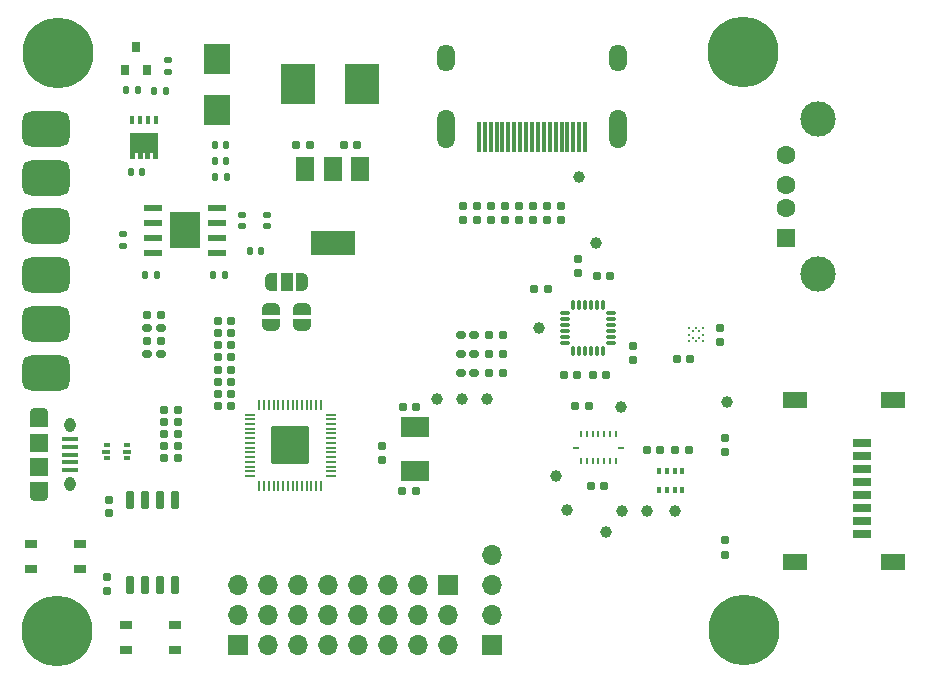
<source format=gbr>
%TF.GenerationSoftware,KiCad,Pcbnew,(6.0.0-0)*%
%TF.CreationDate,2022-10-23T11:33:14-04:00*%
%TF.ProjectId,hermes_v1,6865726d-6573-45f7-9631-2e6b69636164,rev?*%
%TF.SameCoordinates,Original*%
%TF.FileFunction,Soldermask,Top*%
%TF.FilePolarity,Negative*%
%FSLAX46Y46*%
G04 Gerber Fmt 4.6, Leading zero omitted, Abs format (unit mm)*
G04 Created by KiCad (PCBNEW (6.0.0-0)) date 2022-10-23 11:33:14*
%MOMM*%
%LPD*%
G01*
G04 APERTURE LIST*
G04 Aperture macros list*
%AMRoundRect*
0 Rectangle with rounded corners*
0 $1 Rounding radius*
0 $2 $3 $4 $5 $6 $7 $8 $9 X,Y pos of 4 corners*
0 Add a 4 corners polygon primitive as box body*
4,1,4,$2,$3,$4,$5,$6,$7,$8,$9,$2,$3,0*
0 Add four circle primitives for the rounded corners*
1,1,$1+$1,$2,$3*
1,1,$1+$1,$4,$5*
1,1,$1+$1,$6,$7*
1,1,$1+$1,$8,$9*
0 Add four rect primitives between the rounded corners*
20,1,$1+$1,$2,$3,$4,$5,0*
20,1,$1+$1,$4,$5,$6,$7,0*
20,1,$1+$1,$6,$7,$8,$9,0*
20,1,$1+$1,$8,$9,$2,$3,0*%
%AMFreePoly0*
4,1,22,0.500000,-0.750000,0.000000,-0.750000,0.000000,-0.745033,-0.079941,-0.743568,-0.215256,-0.701293,-0.333266,-0.622738,-0.424486,-0.514219,-0.481581,-0.384460,-0.499164,-0.250000,-0.500000,-0.250000,-0.500000,0.250000,-0.499164,0.250000,-0.499963,0.256109,-0.478152,0.396186,-0.417904,0.524511,-0.324060,0.630769,-0.204165,0.706417,-0.067858,0.745374,0.000000,0.744959,0.000000,0.750000,
0.500000,0.750000,0.500000,-0.750000,0.500000,-0.750000,$1*%
%AMFreePoly1*
4,1,20,0.000000,0.744959,0.073905,0.744508,0.209726,0.703889,0.328688,0.626782,0.421226,0.519385,0.479903,0.390333,0.500000,0.250000,0.500000,-0.250000,0.499851,-0.262216,0.476331,-0.402017,0.414519,-0.529596,0.319384,-0.634700,0.198574,-0.708877,0.061801,-0.746166,0.000000,-0.745033,0.000000,-0.750000,-0.500000,-0.750000,-0.500000,0.750000,0.000000,0.750000,0.000000,0.744959,
0.000000,0.744959,$1*%
%AMFreePoly2*
4,1,22,0.550000,-0.750000,0.000000,-0.750000,0.000000,-0.745033,-0.079941,-0.743568,-0.215256,-0.701293,-0.333266,-0.622738,-0.424486,-0.514219,-0.481581,-0.384460,-0.499164,-0.250000,-0.500000,-0.250000,-0.500000,0.250000,-0.499164,0.250000,-0.499963,0.256109,-0.478152,0.396186,-0.417904,0.524511,-0.324060,0.630769,-0.204165,0.706417,-0.067858,0.745374,0.000000,0.744959,0.000000,0.750000,
0.550000,0.750000,0.550000,-0.750000,0.550000,-0.750000,$1*%
%AMFreePoly3*
4,1,20,0.000000,0.744959,0.073905,0.744508,0.209726,0.703889,0.328688,0.626782,0.421226,0.519385,0.479903,0.390333,0.500000,0.250000,0.500000,-0.250000,0.499851,-0.262216,0.476331,-0.402017,0.414519,-0.529596,0.319384,-0.634700,0.198574,-0.708877,0.061801,-0.746166,0.000000,-0.745033,0.000000,-0.750000,-0.550000,-0.750000,-0.550000,0.750000,0.000000,0.750000,0.000000,0.744959,
0.000000,0.744959,$1*%
%AMFreePoly4*
4,1,17,1.395000,0.765000,0.855000,0.765000,0.855000,0.535000,1.395000,0.535000,1.395000,0.115000,0.855000,0.115000,0.855000,-0.115000,1.395000,-0.115000,1.395000,-0.535000,0.855000,-0.535000,0.855000,-0.765000,1.395000,-0.765000,1.395000,-1.185000,-0.855000,-1.185000,-0.855000,1.185000,1.395000,1.185000,1.395000,0.765000,1.395000,0.765000,$1*%
G04 Aperture macros list end*
%ADD10RoundRect,0.155000X0.212500X0.155000X-0.212500X0.155000X-0.212500X-0.155000X0.212500X-0.155000X0*%
%ADD11RoundRect,0.155000X-0.155000X0.212500X-0.155000X-0.212500X0.155000X-0.212500X0.155000X0.212500X0*%
%ADD12RoundRect,0.155000X-0.212500X-0.155000X0.212500X-0.155000X0.212500X0.155000X-0.212500X0.155000X0*%
%ADD13RoundRect,0.160000X0.222500X0.160000X-0.222500X0.160000X-0.222500X-0.160000X0.222500X-0.160000X0*%
%ADD14RoundRect,0.750000X1.250000X-0.750000X1.250000X0.750000X-1.250000X0.750000X-1.250000X-0.750000X0*%
%ADD15RoundRect,0.160000X-0.160000X0.197500X-0.160000X-0.197500X0.160000X-0.197500X0.160000X0.197500X0*%
%ADD16RoundRect,0.160000X-0.197500X-0.160000X0.197500X-0.160000X0.197500X0.160000X-0.197500X0.160000X0*%
%ADD17RoundRect,0.160000X0.160000X-0.197500X0.160000X0.197500X-0.160000X0.197500X-0.160000X-0.197500X0*%
%ADD18RoundRect,0.050000X0.050000X-0.387500X0.050000X0.387500X-0.050000X0.387500X-0.050000X-0.387500X0*%
%ADD19RoundRect,0.050000X0.387500X-0.050000X0.387500X0.050000X-0.387500X0.050000X-0.387500X-0.050000X0*%
%ADD20RoundRect,0.144000X1.456000X-1.456000X1.456000X1.456000X-1.456000X1.456000X-1.456000X-1.456000X0*%
%ADD21RoundRect,0.150000X0.150000X-0.650000X0.150000X0.650000X-0.150000X0.650000X-0.150000X-0.650000X0*%
%ADD22R,2.400000X1.700000*%
%ADD23RoundRect,0.750000X-1.250000X0.750000X-1.250000X-0.750000X1.250000X-0.750000X1.250000X0.750000X0*%
%ADD24R,1.050000X0.650000*%
%ADD25R,1.350000X0.400000*%
%ADD26O,1.550000X0.890000*%
%ADD27R,1.550000X1.500000*%
%ADD28O,0.950000X1.250000*%
%ADD29R,1.550000X1.200000*%
%ADD30FreePoly0,270.000000*%
%ADD31FreePoly1,270.000000*%
%ADD32RoundRect,0.160000X-0.222500X-0.160000X0.222500X-0.160000X0.222500X0.160000X-0.222500X0.160000X0*%
%ADD33R,0.500000X0.375000*%
%ADD34R,0.650000X0.300000*%
%ADD35RoundRect,0.075000X-0.350000X-0.075000X0.350000X-0.075000X0.350000X0.075000X-0.350000X0.075000X0*%
%ADD36RoundRect,0.075000X0.075000X-0.350000X0.075000X0.350000X-0.075000X0.350000X-0.075000X-0.350000X0*%
%ADD37RoundRect,0.155000X0.155000X-0.212500X0.155000X0.212500X-0.155000X0.212500X-0.155000X-0.212500X0*%
%ADD38FreePoly2,180.000000*%
%ADD39R,1.000000X1.500000*%
%ADD40FreePoly3,180.000000*%
%ADD41C,1.000000*%
%ADD42RoundRect,0.140000X-0.140000X-0.170000X0.140000X-0.170000X0.140000X0.170000X-0.140000X0.170000X0*%
%ADD43R,2.950000X3.500000*%
%ADD44R,0.300000X2.600000*%
%ADD45O,1.500000X3.300000*%
%ADD46O,1.500000X2.300000*%
%ADD47RoundRect,0.140000X0.170000X-0.140000X0.170000X0.140000X-0.170000X0.140000X-0.170000X-0.140000X0*%
%ADD48RoundRect,0.135000X0.135000X0.185000X-0.135000X0.185000X-0.135000X-0.185000X0.135000X-0.185000X0*%
%ADD49R,2.600000X3.100000*%
%ADD50R,1.550000X0.600000*%
%ADD51RoundRect,0.135000X0.185000X-0.135000X0.185000X0.135000X-0.185000X0.135000X-0.185000X-0.135000X0*%
%ADD52C,6.000000*%
%ADD53RoundRect,0.140000X-0.170000X0.140000X-0.170000X-0.140000X0.170000X-0.140000X0.170000X0.140000X0*%
%ADD54R,1.700000X1.700000*%
%ADD55O,1.700000X1.700000*%
%ADD56C,0.202000*%
%ADD57RoundRect,0.140000X0.140000X0.170000X-0.140000X0.170000X-0.140000X-0.170000X0.140000X-0.170000X0*%
%ADD58R,1.500000X0.800000*%
%ADD59R,2.000000X1.450000*%
%ADD60R,0.254000X0.482600*%
%ADD61R,0.482600X0.254000*%
%ADD62R,0.420000X0.700000*%
%ADD63FreePoly4,270.000000*%
%ADD64R,0.350000X0.500000*%
%ADD65R,1.500000X1.600000*%
%ADD66C,1.600000*%
%ADD67C,3.000000*%
%ADD68R,0.800000X0.900000*%
%ADD69R,1.500000X2.000000*%
%ADD70R,3.800000X2.000000*%
%ADD71R,2.300000X2.500000*%
G04 APERTURE END LIST*
D10*
%TO.C,C6*%
X139335000Y-73393750D03*
X138200000Y-73393750D03*
%TD*%
%TO.C,C8*%
X139335000Y-72400000D03*
X138200000Y-72400000D03*
%TD*%
%TO.C,C11*%
X143843751Y-69978570D03*
X142708751Y-69978570D03*
%TD*%
%TO.C,C12*%
X143843751Y-68942856D03*
X142708751Y-68942856D03*
%TD*%
%TO.C,C13*%
X143835000Y-67907142D03*
X142700000Y-67907142D03*
%TD*%
%TO.C,C14*%
X143835000Y-66871428D03*
X142700000Y-66871428D03*
%TD*%
%TO.C,C15*%
X143835000Y-65835714D03*
X142700000Y-65835714D03*
%TD*%
%TO.C,C16*%
X143835000Y-64800000D03*
X142700000Y-64800000D03*
%TD*%
%TO.C,C17*%
X159492500Y-79182500D03*
X158357500Y-79182500D03*
%TD*%
%TO.C,C18*%
X159517500Y-72150000D03*
X158382500Y-72150000D03*
%TD*%
D11*
%TO.C,C19*%
X133500000Y-79982500D03*
X133500000Y-81117500D03*
%TD*%
D12*
%TO.C,C26*%
X174282500Y-78800000D03*
X175417500Y-78800000D03*
%TD*%
D13*
%TO.C,D2*%
X164422500Y-66000000D03*
X163277500Y-66000000D03*
%TD*%
%TO.C,D3*%
X164422500Y-67600000D03*
X163277500Y-67600000D03*
%TD*%
%TO.C,D4*%
X164422500Y-69200000D03*
X163277500Y-69200000D03*
%TD*%
D14*
%TO.C,P4*%
X128200000Y-48550000D03*
%TD*%
%TO.C,P1*%
X128200000Y-56814000D03*
%TD*%
%TO.C,P2*%
X128200000Y-60946000D03*
%TD*%
D15*
%TO.C,R5*%
X173252500Y-59602500D03*
X173252500Y-60797500D03*
%TD*%
D16*
%TO.C,R6*%
X169505000Y-62100000D03*
X170700000Y-62100000D03*
%TD*%
D17*
%TO.C,R7*%
X133350000Y-87715000D03*
X133350000Y-86520000D03*
%TD*%
D16*
%TO.C,R13*%
X165652500Y-67600000D03*
X166847500Y-67600000D03*
%TD*%
%TO.C,R14*%
X165652500Y-69200000D03*
X166847500Y-69200000D03*
%TD*%
D18*
%TO.C,U3*%
X146250000Y-78787500D03*
X146650000Y-78787500D03*
X147050000Y-78787500D03*
X147450000Y-78787500D03*
X147850000Y-78787500D03*
X148250000Y-78787500D03*
X148650000Y-78787500D03*
X149050000Y-78787500D03*
X149450000Y-78787500D03*
X149850000Y-78787500D03*
X150250000Y-78787500D03*
X150650000Y-78787500D03*
X151050000Y-78787500D03*
X151450000Y-78787500D03*
D19*
X152287500Y-77950000D03*
X152287500Y-77550000D03*
X152287500Y-77150000D03*
X152287500Y-76750000D03*
X152287500Y-76350000D03*
X152287500Y-75950000D03*
X152287500Y-75550000D03*
X152287500Y-75150000D03*
X152287500Y-74750000D03*
X152287500Y-74350000D03*
X152287500Y-73950000D03*
X152287500Y-73550000D03*
X152287500Y-73150000D03*
X152287500Y-72750000D03*
D18*
X151450000Y-71912500D03*
X151050000Y-71912500D03*
X150650000Y-71912500D03*
X150250000Y-71912500D03*
X149850000Y-71912500D03*
X149450000Y-71912500D03*
X149050000Y-71912500D03*
X148650000Y-71912500D03*
X148250000Y-71912500D03*
X147850000Y-71912500D03*
X147450000Y-71912500D03*
X147050000Y-71912500D03*
X146650000Y-71912500D03*
X146250000Y-71912500D03*
D19*
X145412500Y-72750000D03*
X145412500Y-73150000D03*
X145412500Y-73550000D03*
X145412500Y-73950000D03*
X145412500Y-74350000D03*
X145412500Y-74750000D03*
X145412500Y-75150000D03*
X145412500Y-75550000D03*
X145412500Y-75950000D03*
X145412500Y-76350000D03*
X145412500Y-76750000D03*
X145412500Y-77150000D03*
X145412500Y-77550000D03*
X145412500Y-77950000D03*
D20*
X148850000Y-75350000D03*
%TD*%
D21*
%TO.C,U4*%
X135295000Y-87217500D03*
X136565000Y-87217500D03*
X137835000Y-87217500D03*
X139105000Y-87217500D03*
X139105000Y-80017500D03*
X137835000Y-80017500D03*
X136565000Y-80017500D03*
X135295000Y-80017500D03*
%TD*%
D22*
%TO.C,Y1*%
X159383750Y-77532500D03*
X159383750Y-73832500D03*
%TD*%
D23*
%TO.C,P3*%
X128200000Y-52682000D03*
%TD*%
D14*
%TO.C,P6*%
X128200000Y-65078000D03*
%TD*%
%TO.C,P5*%
X128200000Y-69210000D03*
%TD*%
D10*
%TO.C,C9*%
X143835000Y-72050000D03*
X142700000Y-72050000D03*
%TD*%
D16*
%TO.C,R3*%
X138170000Y-76405000D03*
X139365000Y-76405000D03*
%TD*%
D24*
%TO.C,SW1*%
X126875000Y-85825000D03*
X131025000Y-85825000D03*
X126875000Y-83675000D03*
X131025000Y-83675000D03*
%TD*%
D25*
%TO.C,J2*%
X130250000Y-74850000D03*
X130250000Y-75500000D03*
X130250000Y-76150000D03*
X130250000Y-76800000D03*
X130250000Y-77450000D03*
D26*
X127550000Y-79650000D03*
X127550000Y-72650000D03*
D27*
X127550000Y-75150000D03*
D28*
X130250000Y-73650000D03*
D27*
X127550000Y-77150000D03*
D29*
X127550000Y-73250000D03*
D28*
X130250000Y-78650000D03*
D29*
X127550000Y-79050000D03*
%TD*%
D17*
%TO.C,R9*%
X156600000Y-76597500D03*
X156600000Y-75402500D03*
%TD*%
D10*
%TO.C,C10*%
X143843751Y-71014284D03*
X142708751Y-71014284D03*
%TD*%
D30*
%TO.C,JP3*%
X149850000Y-63850000D03*
D31*
X149850000Y-65150000D03*
%TD*%
D30*
%TO.C,JP2*%
X147250000Y-63850000D03*
D31*
X147250000Y-65150000D03*
%TD*%
D24*
%TO.C,SW2*%
X139075000Y-90575000D03*
X134925000Y-90575000D03*
X139075000Y-92725000D03*
X134925000Y-92725000D03*
%TD*%
D10*
%TO.C,C7*%
X139335000Y-74387500D03*
X138200000Y-74387500D03*
%TD*%
D16*
%TO.C,R12*%
X165652500Y-66000000D03*
X166847500Y-66000000D03*
%TD*%
%TO.C,R15*%
X136702500Y-66500000D03*
X137897500Y-66500000D03*
%TD*%
%TO.C,R16*%
X136702500Y-64300000D03*
X137897500Y-64300000D03*
%TD*%
D32*
%TO.C,D5*%
X136727500Y-67600000D03*
X137872500Y-67600000D03*
%TD*%
%TO.C,D6*%
X136727500Y-65400000D03*
X137872500Y-65400000D03*
%TD*%
D16*
%TO.C,R4*%
X138170000Y-75391250D03*
X139365000Y-75391250D03*
%TD*%
D33*
%TO.C,U7*%
X135000000Y-76437500D03*
D34*
X135075000Y-75900000D03*
D33*
X135000000Y-75362500D03*
X133300000Y-75362500D03*
D34*
X133225000Y-75900000D03*
D33*
X133300000Y-76437500D03*
%TD*%
D35*
%TO.C,U8*%
X172102500Y-64150000D03*
X172102500Y-64650000D03*
X172102500Y-65150000D03*
X172102500Y-65650000D03*
X172102500Y-66150000D03*
X172102500Y-66650000D03*
D36*
X172802500Y-67350000D03*
X173302500Y-67350000D03*
X173802500Y-67350000D03*
X174302500Y-67350000D03*
X174802500Y-67350000D03*
X175302500Y-67350000D03*
D35*
X176002500Y-66650000D03*
X176002500Y-66150000D03*
X176002500Y-65650000D03*
X176002500Y-65150000D03*
X176002500Y-64650000D03*
X176002500Y-64150000D03*
D36*
X175302500Y-63450000D03*
X174802500Y-63450000D03*
X174302500Y-63450000D03*
X173802500Y-63450000D03*
X173302500Y-63450000D03*
X172802500Y-63450000D03*
%TD*%
D37*
%TO.C,C35*%
X185250000Y-66567500D03*
X185250000Y-65432500D03*
%TD*%
D38*
%TO.C,JP1*%
X149850000Y-61500000D03*
D39*
X148550000Y-61500000D03*
D40*
X147250000Y-61500000D03*
%TD*%
D41*
%TO.C,TP12*%
X172250000Y-80850000D03*
%TD*%
D17*
%TO.C,R19*%
X164685714Y-56297500D03*
X164685714Y-55102500D03*
%TD*%
D42*
%TO.C,C24*%
X145420000Y-58900000D03*
X146380000Y-58900000D03*
%TD*%
D43*
%TO.C,L2*%
X149475000Y-44750000D03*
X154925000Y-44750000D03*
%TD*%
D44*
%TO.C,J5*%
X164825000Y-49286750D03*
X165325000Y-49286750D03*
X165825000Y-49286750D03*
X166325000Y-49286750D03*
X166825000Y-49286750D03*
X167325000Y-49286750D03*
X167825000Y-49286750D03*
X168325000Y-49286750D03*
X168825000Y-49286750D03*
X169325000Y-49286750D03*
X169825000Y-49286750D03*
X170325000Y-49286750D03*
X170825000Y-49286750D03*
X171325000Y-49286750D03*
X171825000Y-49286750D03*
X172325000Y-49286750D03*
X172825000Y-49286750D03*
X173325000Y-49286750D03*
X173825000Y-49286750D03*
D45*
X162075000Y-48556750D03*
X176575000Y-48556750D03*
D46*
X176575000Y-42596750D03*
X162075000Y-42596750D03*
%TD*%
D41*
%TO.C,TP8*%
X181400000Y-80950000D03*
%TD*%
D12*
%TO.C,C3*%
X149382500Y-49950000D03*
X150517500Y-49950000D03*
%TD*%
%TO.C,C5*%
X153407500Y-49950000D03*
X154542500Y-49950000D03*
%TD*%
D47*
%TO.C,C31*%
X144800000Y-56780000D03*
X144800000Y-55820000D03*
%TD*%
D48*
%TO.C,R8*%
X143310000Y-60950000D03*
X142290000Y-60950000D03*
%TD*%
D49*
%TO.C,U6*%
X139975000Y-57125000D03*
D50*
X137275000Y-55220000D03*
X137275000Y-56490000D03*
X137275000Y-57760000D03*
X137275000Y-59030000D03*
X142675000Y-59030000D03*
X142675000Y-57760000D03*
X142675000Y-56490000D03*
X142675000Y-55220000D03*
%TD*%
D41*
%TO.C,TP3*%
X174750000Y-58200000D03*
%TD*%
D12*
%TO.C,C4*%
X181457500Y-75750000D03*
X182592500Y-75750000D03*
%TD*%
D51*
%TO.C,R10*%
X134725000Y-58460000D03*
X134725000Y-57440000D03*
%TD*%
D52*
%TO.C,H1*%
X129150000Y-91100000D03*
%TD*%
D10*
%TO.C,C34*%
X182717500Y-68050000D03*
X181582500Y-68050000D03*
%TD*%
D17*
%TO.C,R20*%
X165871428Y-56297500D03*
X165871428Y-55102500D03*
%TD*%
D52*
%TO.C,H2*%
X129200000Y-42100000D03*
%TD*%
D53*
%TO.C,C27*%
X146850000Y-55820000D03*
X146850000Y-56780000D03*
%TD*%
D17*
%TO.C,R24*%
X170614284Y-56297500D03*
X170614284Y-55102500D03*
%TD*%
D41*
%TO.C,TP11*%
X176950000Y-80950000D03*
%TD*%
D17*
%TO.C,R2*%
X185700000Y-84597500D03*
X185700000Y-83402500D03*
%TD*%
%TO.C,R18*%
X163500000Y-56297500D03*
X163500000Y-55102500D03*
%TD*%
D54*
%TO.C,J3*%
X165960000Y-92300000D03*
D55*
X165960000Y-89760000D03*
X165960000Y-87220000D03*
X165960000Y-84680000D03*
%TD*%
D56*
%TO.C,U9*%
X182634000Y-66556000D03*
X182634000Y-65990000D03*
X182634000Y-65424000D03*
X182917000Y-66273000D03*
X182917000Y-65707000D03*
X183200000Y-66556000D03*
X183200000Y-65424000D03*
X183483000Y-66273000D03*
X183483000Y-65707000D03*
X183766000Y-66556000D03*
X183766000Y-65990000D03*
X183766000Y-65424000D03*
%TD*%
D41*
%TO.C,TP6*%
X185800000Y-71700000D03*
%TD*%
D57*
%TO.C,C28*%
X136330000Y-52200000D03*
X135370000Y-52200000D03*
%TD*%
D12*
%TO.C,C1*%
X172982500Y-72000000D03*
X174117500Y-72000000D03*
%TD*%
D47*
%TO.C,C30*%
X138475000Y-43730000D03*
X138475000Y-42770000D03*
%TD*%
D58*
%TO.C,J1*%
X197250000Y-75150000D03*
X197250000Y-76250000D03*
X197250000Y-77350000D03*
X197250000Y-78450000D03*
X197250000Y-79550000D03*
X197250000Y-80650000D03*
X197250000Y-81750000D03*
X197250000Y-82850000D03*
D59*
X191550000Y-85225000D03*
X199850000Y-71475000D03*
X199850000Y-85225000D03*
X191550000Y-71475000D03*
%TD*%
D41*
%TO.C,TP14*%
X165500000Y-71450000D03*
%TD*%
D42*
%TO.C,C32*%
X142500000Y-52650000D03*
X143460000Y-52650000D03*
%TD*%
D57*
%TO.C,C29*%
X138305000Y-45350000D03*
X137345000Y-45350000D03*
%TD*%
D48*
%TO.C,R17*%
X135985000Y-45300000D03*
X134965000Y-45300000D03*
%TD*%
D60*
%TO.C,U1*%
X173450000Y-74394300D03*
X173949999Y-74394300D03*
X174450001Y-74394300D03*
X174950000Y-74394300D03*
X175449999Y-74394300D03*
X175950001Y-74394300D03*
X176450000Y-74394300D03*
D61*
X176861300Y-75550000D03*
D60*
X176450000Y-76705700D03*
X175950001Y-76705700D03*
X175449999Y-76705700D03*
X174950000Y-76705700D03*
X174450001Y-76705700D03*
X173949999Y-76705700D03*
X173450000Y-76705700D03*
D61*
X173038700Y-75550000D03*
%TD*%
D41*
%TO.C,TP7*%
X175600000Y-82650000D03*
%TD*%
%TO.C,TP9*%
X179050000Y-80950000D03*
%TD*%
D17*
%TO.C,R1*%
X185650000Y-75947500D03*
X185650000Y-74752500D03*
%TD*%
D41*
%TO.C,TP13*%
X171350000Y-77950000D03*
%TD*%
D52*
%TO.C,H4*%
X187250000Y-91000000D03*
%TD*%
D41*
%TO.C,TP4*%
X161300000Y-71450000D03*
%TD*%
D62*
%TO.C,Q1*%
X137450000Y-47800000D03*
X136800000Y-47800000D03*
X136150000Y-47800000D03*
X135500000Y-47800000D03*
D63*
X136475000Y-49755000D03*
%TD*%
D10*
%TO.C,C20*%
X173170000Y-69400000D03*
X172035000Y-69400000D03*
%TD*%
D41*
%TO.C,TP10*%
X176850000Y-72100000D03*
%TD*%
D64*
%TO.C,U5*%
X182050000Y-79150000D03*
X181400000Y-79150000D03*
X180750000Y-79150000D03*
X180100000Y-79150000D03*
X180100000Y-77550000D03*
X180750000Y-77550000D03*
X181400000Y-77550000D03*
X182050000Y-77550000D03*
%TD*%
D65*
%TO.C,J4*%
X190790000Y-57800000D03*
D66*
X190790000Y-55300000D03*
X190790000Y-53300000D03*
X190790000Y-50800000D03*
D67*
X193500000Y-60870000D03*
X193500000Y-47730000D03*
%TD*%
D54*
%TO.C,J8*%
X162250000Y-87200000D03*
D55*
X159710000Y-87200000D03*
X157170000Y-87200000D03*
X154630000Y-87200000D03*
X152090000Y-87200000D03*
X149550000Y-87200000D03*
X147010000Y-87200000D03*
X144470000Y-87200000D03*
%TD*%
D10*
%TO.C,C25*%
X175970000Y-61000000D03*
X174835000Y-61000000D03*
%TD*%
%TO.C,C2*%
X180192500Y-75750000D03*
X179057500Y-75750000D03*
%TD*%
D54*
%TO.C,J9*%
X144450000Y-92300000D03*
D55*
X144450000Y-89760000D03*
X146990000Y-92300000D03*
X146990000Y-89760000D03*
X149530000Y-92300000D03*
X149530000Y-89760000D03*
X152070000Y-92300000D03*
X152070000Y-89760000D03*
X154610000Y-92300000D03*
X154610000Y-89760000D03*
X157150000Y-92300000D03*
X157150000Y-89760000D03*
X159690000Y-92300000D03*
X159690000Y-89760000D03*
X162230000Y-92300000D03*
X162230000Y-89760000D03*
%TD*%
D41*
%TO.C,TP5*%
X173300000Y-52650000D03*
%TD*%
D42*
%TO.C,C23*%
X142495000Y-51275000D03*
X143455000Y-51275000D03*
%TD*%
D68*
%TO.C,D8*%
X136725000Y-43600000D03*
X135775000Y-41600000D03*
X134825000Y-43600000D03*
%TD*%
D17*
%TO.C,R21*%
X167057142Y-56297500D03*
X167057142Y-55102500D03*
%TD*%
%TO.C,R23*%
X169428570Y-56297500D03*
X169428570Y-55102500D03*
%TD*%
D42*
%TO.C,C21*%
X142495000Y-49900000D03*
X143455000Y-49900000D03*
%TD*%
D52*
%TO.C,H3*%
X187200000Y-42050000D03*
%TD*%
D17*
%TO.C,R22*%
X168242856Y-56297500D03*
X168242856Y-55102500D03*
%TD*%
D10*
%TO.C,C33*%
X175620000Y-69400000D03*
X174485000Y-69400000D03*
%TD*%
D41*
%TO.C,TP1*%
X163400000Y-71450000D03*
%TD*%
D37*
%TO.C,C22*%
X177852500Y-68117500D03*
X177852500Y-66982500D03*
%TD*%
D41*
%TO.C,TP2*%
X169900000Y-65450000D03*
%TD*%
D17*
%TO.C,R25*%
X171800000Y-56297500D03*
X171800000Y-55102500D03*
%TD*%
D69*
%TO.C,U2*%
X154735000Y-51920000D03*
D70*
X152435000Y-58220000D03*
D69*
X152435000Y-51920000D03*
X150135000Y-51920000D03*
%TD*%
D71*
%TO.C,D7*%
X142625000Y-46950000D03*
X142625000Y-42650000D03*
%TD*%
D48*
%TO.C,R11*%
X137610000Y-60950000D03*
X136590000Y-60950000D03*
%TD*%
M02*

</source>
